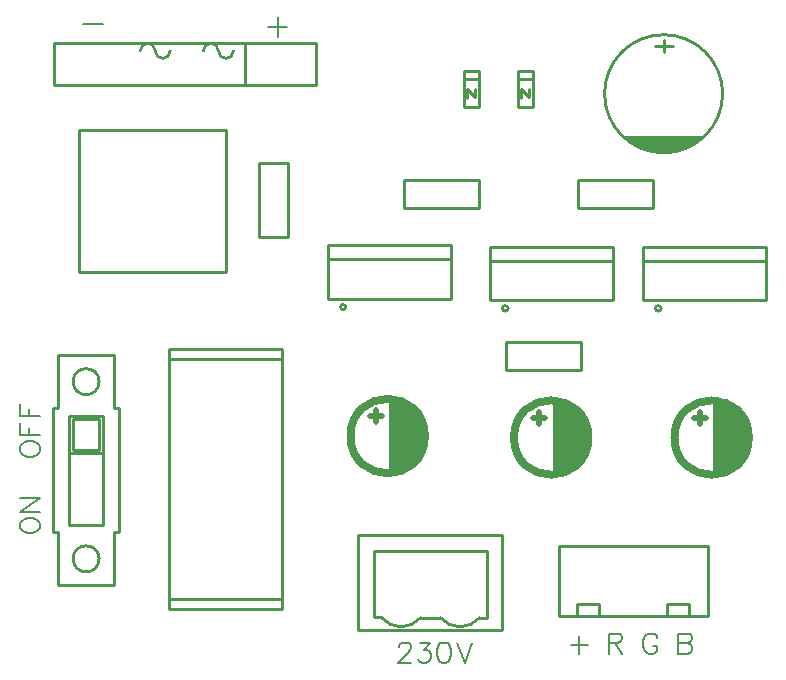
<source format=gto>
G04 Layer: TopSilkscreenLayer*
G04 EasyEDA v6.5.40, 2024-07-05 22:39:17*
G04 43834020c9354f6683a6c21c991938a3,10*
G04 Gerber Generator version 0.2*
G04 Scale: 100 percent, Rotated: No, Reflected: No *
G04 Dimensions in inches *
G04 leading zeros omitted , absolute positions ,3 integer and 6 decimal *
%FSLAX36Y36*%
%MOIN*%

%ADD10C,0.0080*%
%ADD11C,0.0100*%
%ADD12C,0.0197*%
%ADD13C,0.0256*%

%LPD*%
D10*
X2293599Y556100D02*
G01*
X2293599Y498800D01*
X2265000Y527500D02*
G01*
X2322299Y527500D01*
X2392299Y565599D02*
G01*
X2392299Y498800D01*
X2392299Y565599D02*
G01*
X2420900Y565599D01*
X2430500Y562500D01*
X2433599Y559299D01*
X2436800Y552899D01*
X2436800Y546500D01*
X2433599Y540199D01*
X2430500Y536999D01*
X2420900Y533800D01*
X2392299Y533800D01*
X2414499Y533800D02*
G01*
X2436800Y498800D01*
X2554499Y549699D02*
G01*
X2551400Y556100D01*
X2545000Y562500D01*
X2538599Y565599D01*
X2525900Y565599D01*
X2519499Y562500D01*
X2513199Y556100D01*
X2510000Y549699D01*
X2506800Y540199D01*
X2506800Y524299D01*
X2510000Y514699D01*
X2513199Y508400D01*
X2519499Y501999D01*
X2525900Y498800D01*
X2538599Y498800D01*
X2545000Y501999D01*
X2551400Y508400D01*
X2554499Y514699D01*
X2554499Y524299D01*
X2538599Y524299D02*
G01*
X2554499Y524299D01*
X2624499Y565599D02*
G01*
X2624499Y498800D01*
X2624499Y565599D02*
G01*
X2653199Y565599D01*
X2662700Y562500D01*
X2665900Y559299D01*
X2669099Y552899D01*
X2669099Y546500D01*
X2665900Y540199D01*
X2662700Y536999D01*
X2653199Y533800D01*
X2624499Y533800D02*
G01*
X2653199Y533800D01*
X2662700Y530599D01*
X2665900Y527500D01*
X2669099Y521100D01*
X2669099Y511500D01*
X2665900Y505199D01*
X2662700Y501999D01*
X2653199Y498800D01*
X2624499Y498800D01*
X1693199Y519699D02*
G01*
X1693199Y522899D01*
X1696400Y529299D01*
X1699499Y532500D01*
X1705900Y535599D01*
X1718599Y535599D01*
X1725000Y532500D01*
X1728199Y529299D01*
X1731400Y522899D01*
X1731400Y516500D01*
X1728199Y510199D01*
X1721800Y500599D01*
X1690000Y468800D01*
X1734499Y468800D01*
X1761899Y535599D02*
G01*
X1796899Y535599D01*
X1777799Y510199D01*
X1787399Y510199D01*
X1793699Y506999D01*
X1796899Y503800D01*
X1800100Y494299D01*
X1800100Y487899D01*
X1796899Y478400D01*
X1790500Y471999D01*
X1781000Y468800D01*
X1771499Y468800D01*
X1761899Y471999D01*
X1758699Y475199D01*
X1755500Y481500D01*
X1840200Y535599D02*
G01*
X1830600Y532500D01*
X1824300Y522899D01*
X1821099Y506999D01*
X1821099Y497500D01*
X1824300Y481500D01*
X1830600Y471999D01*
X1840200Y468800D01*
X1846499Y468800D01*
X1856099Y471999D01*
X1862500Y481500D01*
X1865600Y497500D01*
X1865600Y506999D01*
X1862500Y522899D01*
X1856099Y532500D01*
X1846499Y535599D01*
X1840200Y535599D01*
X1886599Y535599D02*
G01*
X1912100Y468800D01*
X1937500Y535599D02*
G01*
X1912100Y468800D01*
X429400Y919099D02*
G01*
X432500Y912699D01*
X438899Y906399D01*
X445300Y903200D01*
X454800Y900000D01*
X470700Y900000D01*
X480300Y903200D01*
X486599Y906399D01*
X493000Y912699D01*
X496199Y919099D01*
X496199Y931799D01*
X493000Y938200D01*
X486599Y944499D01*
X480300Y947699D01*
X470700Y950900D01*
X454800Y950900D01*
X445300Y947699D01*
X438899Y944499D01*
X432500Y938200D01*
X429400Y931799D01*
X429400Y919099D01*
X429400Y971900D02*
G01*
X496199Y971900D01*
X429400Y971900D02*
G01*
X496199Y1016500D01*
X429400Y1016500D02*
G01*
X496199Y1016500D01*
X429400Y1174099D02*
G01*
X432500Y1167699D01*
X438899Y1161399D01*
X445300Y1158200D01*
X454800Y1155000D01*
X470700Y1155000D01*
X480300Y1158200D01*
X486599Y1161399D01*
X493000Y1167699D01*
X496199Y1174099D01*
X496199Y1186799D01*
X493000Y1193200D01*
X486599Y1199499D01*
X480300Y1202699D01*
X470700Y1205900D01*
X454800Y1205900D01*
X445300Y1202699D01*
X438899Y1199499D01*
X432500Y1193200D01*
X429400Y1186799D01*
X429400Y1174099D01*
X429400Y1226900D02*
G01*
X496199Y1226900D01*
X429400Y1226900D02*
G01*
X429400Y1268299D01*
X461199Y1226900D02*
G01*
X461199Y1252399D01*
X429400Y1289299D02*
G01*
X496199Y1289299D01*
X429400Y1289299D02*
G01*
X429400Y1330599D01*
X461199Y1289299D02*
G01*
X461199Y1314699D01*
X1288289Y2619429D02*
G01*
X1288289Y2554029D01*
X1255590Y2586729D02*
G01*
X1321090Y2586729D01*
X639450Y2596572D02*
G01*
X704949Y2596572D01*
G36*
X2435000Y2225000D02*
G01*
X2475000Y2195000D01*
X2535000Y2175000D01*
X2595000Y2165000D01*
X2635000Y2175000D01*
X2715000Y2225000D01*
G37*
G36*
X1660000Y1350000D02*
G01*
X1660000Y1100000D01*
X1666339Y1100160D01*
X1672640Y1100640D01*
X1678920Y1101440D01*
X1685160Y1102560D01*
X1691339Y1104000D01*
X1697420Y1105740D01*
X1703420Y1107780D01*
X1709300Y1110140D01*
X1715040Y1112780D01*
X1720660Y1115700D01*
X1726120Y1118920D01*
X1731399Y1122400D01*
X1736519Y1126160D01*
X1741420Y1130160D01*
X1746120Y1134400D01*
X1750600Y1138880D01*
X1754840Y1143580D01*
X1758839Y1148480D01*
X1762600Y1153600D01*
X1766080Y1158880D01*
X1769300Y1164340D01*
X1772220Y1169960D01*
X1774860Y1175700D01*
X1777220Y1181580D01*
X1779259Y1187580D01*
X1781000Y1193660D01*
X1782440Y1199840D01*
X1783560Y1206080D01*
X1784360Y1212360D01*
X1784840Y1218660D01*
X1785000Y1225000D01*
X1784840Y1231340D01*
X1784360Y1237640D01*
X1783560Y1243920D01*
X1782440Y1250160D01*
X1781000Y1256340D01*
X1779259Y1262420D01*
X1777220Y1268420D01*
X1774860Y1274300D01*
X1772220Y1280040D01*
X1769300Y1285660D01*
X1766080Y1291120D01*
X1762600Y1296399D01*
X1758839Y1301519D01*
X1754840Y1306420D01*
X1750600Y1311120D01*
X1746120Y1315600D01*
X1741420Y1319840D01*
X1736519Y1323839D01*
X1731399Y1327600D01*
X1726120Y1331080D01*
X1720660Y1334300D01*
X1715040Y1337220D01*
X1709300Y1339860D01*
X1703420Y1342220D01*
X1697420Y1344259D01*
X1691339Y1346000D01*
X1685160Y1347440D01*
X1678920Y1348560D01*
X1672640Y1349360D01*
X1666339Y1349840D01*
G37*
G36*
X2205000Y1345000D02*
G01*
X2205000Y1095000D01*
X2211340Y1095160D01*
X2217640Y1095640D01*
X2223920Y1096440D01*
X2230160Y1097560D01*
X2236340Y1099000D01*
X2242420Y1100740D01*
X2248420Y1102780D01*
X2254300Y1105140D01*
X2260040Y1107780D01*
X2265660Y1110700D01*
X2271120Y1113920D01*
X2276400Y1117400D01*
X2281520Y1121160D01*
X2286420Y1125160D01*
X2291120Y1129400D01*
X2295600Y1133880D01*
X2299840Y1138580D01*
X2303840Y1143480D01*
X2307600Y1148600D01*
X2311080Y1153880D01*
X2314300Y1159340D01*
X2317220Y1164960D01*
X2319860Y1170700D01*
X2322220Y1176580D01*
X2324260Y1182580D01*
X2326000Y1188660D01*
X2327440Y1194840D01*
X2328560Y1201080D01*
X2329360Y1207360D01*
X2329840Y1213660D01*
X2330000Y1220000D01*
X2329840Y1226340D01*
X2329360Y1232640D01*
X2328560Y1238920D01*
X2327440Y1245160D01*
X2326000Y1251340D01*
X2324260Y1257420D01*
X2322220Y1263420D01*
X2319860Y1269300D01*
X2317220Y1275040D01*
X2314300Y1280660D01*
X2311080Y1286120D01*
X2307600Y1291399D01*
X2303840Y1296519D01*
X2299840Y1301420D01*
X2295600Y1306120D01*
X2291120Y1310600D01*
X2286420Y1314840D01*
X2281520Y1318839D01*
X2276400Y1322600D01*
X2271120Y1326080D01*
X2265660Y1329300D01*
X2260040Y1332220D01*
X2254300Y1334860D01*
X2248420Y1337220D01*
X2242420Y1339259D01*
X2236340Y1341000D01*
X2230160Y1342440D01*
X2223920Y1343560D01*
X2217640Y1344360D01*
X2211340Y1344840D01*
G37*
G36*
X2740000Y1345000D02*
G01*
X2740000Y1095000D01*
X2746340Y1095160D01*
X2752640Y1095640D01*
X2758920Y1096440D01*
X2765160Y1097560D01*
X2771340Y1099000D01*
X2777420Y1100740D01*
X2783420Y1102780D01*
X2789300Y1105140D01*
X2795040Y1107780D01*
X2800659Y1110700D01*
X2806120Y1113920D01*
X2811400Y1117400D01*
X2816520Y1121160D01*
X2821420Y1125160D01*
X2826120Y1129400D01*
X2830600Y1133880D01*
X2834840Y1138580D01*
X2838840Y1143480D01*
X2842600Y1148600D01*
X2846080Y1153880D01*
X2849300Y1159340D01*
X2852220Y1164960D01*
X2854860Y1170700D01*
X2857220Y1176580D01*
X2859260Y1182580D01*
X2861000Y1188660D01*
X2862440Y1194840D01*
X2863560Y1201080D01*
X2864360Y1207360D01*
X2864840Y1213660D01*
X2865000Y1220000D01*
X2864840Y1226340D01*
X2864360Y1232640D01*
X2863560Y1238920D01*
X2862440Y1245160D01*
X2861000Y1251340D01*
X2859260Y1257420D01*
X2857220Y1263420D01*
X2854860Y1269300D01*
X2852220Y1275040D01*
X2849300Y1280660D01*
X2846080Y1286120D01*
X2842600Y1291399D01*
X2838840Y1296519D01*
X2834840Y1301420D01*
X2830600Y1306120D01*
X2826120Y1310600D01*
X2821420Y1314840D01*
X2816520Y1318839D01*
X2811400Y1322600D01*
X2806120Y1326080D01*
X2800659Y1329300D01*
X2795040Y1332220D01*
X2789300Y1334860D01*
X2783420Y1337220D01*
X2777420Y1339259D01*
X2771340Y1341000D01*
X2765160Y1342440D01*
X2758920Y1343560D01*
X2752640Y1344360D01*
X2746340Y1344840D01*
G37*
D11*
X625000Y1769998D02*
G01*
X625000Y2244998D01*
X1115000Y2244998D01*
X1115000Y1769998D01*
X625000Y1769998D01*
X2575000Y2545000D02*
G01*
X2575000Y2505000D01*
X2605000Y2525000D02*
G01*
X2545000Y2525000D01*
X1961797Y618231D02*
G01*
X1985000Y618231D01*
X1985000Y840000D01*
X1610000Y840000D01*
X1610000Y620000D01*
X1630000Y620000D01*
X1634997Y620000D01*
X1764997Y618231D02*
G01*
X1831797Y618231D01*
X1557599Y895001D02*
G01*
X2034998Y895001D01*
X2034998Y576460D01*
X1557599Y576460D01*
X1557599Y895001D01*
X1180000Y2395790D02*
G01*
X1180000Y2534769D01*
X1417010Y2395790D02*
G01*
X542989Y2395790D01*
X542989Y2395790D02*
G01*
X542989Y2534769D01*
X542989Y2534769D02*
G01*
X1417010Y2534769D01*
X1417010Y2534769D02*
G01*
X1417010Y2395790D01*
X2505276Y1808355D02*
G01*
X2914723Y1808355D01*
X2914723Y1764526D02*
G01*
X2914723Y1675945D01*
X2505276Y1675945D01*
X2505276Y1855077D01*
X2914723Y1855077D01*
X2914723Y1762559D01*
X1995276Y1808355D02*
G01*
X2404723Y1808355D01*
X2404723Y1764526D02*
G01*
X2404723Y1675945D01*
X1995276Y1675945D01*
X1995276Y1855077D01*
X2404723Y1855077D01*
X2404723Y1762559D01*
X1455276Y1813355D02*
G01*
X1864723Y1813355D01*
X1864723Y1769526D02*
G01*
X1864723Y1680945D01*
X1455276Y1680945D01*
X1455276Y1860077D01*
X1864723Y1860077D01*
X1864723Y1767559D01*
X930000Y680000D02*
G01*
X1300000Y680000D01*
X930000Y1480000D02*
G01*
X1300000Y1480000D01*
X927399Y646930D02*
G01*
X927399Y1513069D01*
X1302600Y1513069D01*
X1302600Y646930D01*
X927399Y646930D01*
X705118Y1167085D02*
G01*
X594881Y1167085D01*
X744488Y726143D02*
G01*
X555513Y726143D01*
X539765Y1316694D02*
G01*
X555513Y1316694D01*
X539765Y903308D02*
G01*
X555513Y903308D01*
X555513Y903308D02*
G01*
X555513Y726143D01*
X539765Y903308D02*
G01*
X539765Y1316694D01*
X555513Y1316694D02*
G01*
X555513Y1493859D01*
X744488Y903308D02*
G01*
X744488Y726143D01*
X744488Y1493859D02*
G01*
X555513Y1493859D01*
X744488Y1316694D02*
G01*
X744488Y1493859D01*
X760236Y1316693D02*
G01*
X744488Y1316694D01*
X760236Y903306D02*
G01*
X744488Y903308D01*
X760236Y1316693D02*
G01*
X760236Y903306D01*
X707089Y1291100D02*
G01*
X707089Y928890D01*
X592919Y928890D01*
X592919Y1291100D01*
X707089Y1291100D01*
X693310Y1279290D02*
G01*
X693310Y1178899D01*
X606700Y1178899D01*
X606700Y1279290D01*
X693310Y1279290D01*
X1227755Y1885983D02*
G01*
X1227755Y2134016D01*
X1227755Y2134016D02*
G01*
X1322244Y2134016D01*
X1322244Y2134016D02*
G01*
X1322244Y1885983D01*
X1322244Y1885983D02*
G01*
X1227755Y1885983D01*
X1959016Y1982755D02*
G01*
X1710983Y1982755D01*
X1710983Y1982755D02*
G01*
X1710983Y2077244D01*
X1710983Y2077244D02*
G01*
X1959016Y2077244D01*
X1959016Y2077244D02*
G01*
X1959016Y1982755D01*
X2539016Y1982755D02*
G01*
X2290983Y1982755D01*
X2290983Y1982755D02*
G01*
X2290983Y2077244D01*
X2290983Y2077244D02*
G01*
X2539016Y2077244D01*
X2539016Y2077244D02*
G01*
X2539016Y1982755D01*
X2050983Y1537244D02*
G01*
X2299016Y1537244D01*
X2299016Y1537244D02*
G01*
X2299016Y1442755D01*
X2299016Y1442755D02*
G01*
X2050983Y1442755D01*
X2050983Y1442755D02*
G01*
X2050983Y1537244D01*
X2100000Y2350000D02*
G01*
X2100000Y2380000D01*
X2125000Y2355000D01*
X2125000Y2380000D01*
X2090000Y2415000D02*
G01*
X2135000Y2415000D01*
X2090000Y2320000D02*
G01*
X2090000Y2440000D01*
X2140000Y2440000D01*
X2140000Y2320000D01*
X2090000Y2320000D01*
X1920000Y2350000D02*
G01*
X1920000Y2380000D01*
X1945000Y2355000D01*
X1945000Y2380000D01*
X1910000Y2415000D02*
G01*
X1955000Y2415000D01*
X1910000Y2320000D02*
G01*
X1910000Y2440000D01*
X1960000Y2440000D01*
X1960000Y2320000D01*
X1910000Y2320000D01*
D12*
X1615000Y1310000D02*
G01*
X1615000Y1270000D01*
X1595000Y1290000D02*
G01*
X1635000Y1290000D01*
X2160000Y1305000D02*
G01*
X2160000Y1265000D01*
X2140000Y1285000D02*
G01*
X2180000Y1285000D01*
X2695000Y1305000D02*
G01*
X2695000Y1265000D01*
X2675000Y1285000D02*
G01*
X2715000Y1285000D01*
D11*
X2226967Y857795D02*
G01*
X2723032Y857795D01*
X2723032Y629448D01*
X2723032Y625511D01*
X2226967Y625511D01*
X2226967Y857795D01*
X2286019Y664879D02*
G01*
X2360820Y664879D01*
X2360820Y625509D01*
X2286019Y625509D01*
X2286019Y664879D01*
X2586019Y664879D02*
G01*
X2660820Y664879D01*
X2660820Y625509D01*
X2586019Y625509D01*
X2586019Y664879D01*
G75*
G01*
X1764998Y618232D02*
G02*
X1634998Y618232I-65000J55391D01*
G75*
G01*
X1961798Y618232D02*
G02*
X1831798Y618232I-65000J55391D01*
G75*
G01*
X1141023Y2507995D02*
G02*
X1091023Y2507995I-25000J0D01*
G75*
G01*
X930394Y2507995D02*
G02*
X880394Y2507995I-25000J0D01*
G75*
G01*
X830394Y2507995D02*
G02*
X880394Y2507995I25000J0D01*
G75*
G01*
X1041023Y2507995D02*
G02*
X1091023Y2507995I25000J0D01*
G75*
G01
X2771850Y2365000D02*
G03X2771850Y2365000I-196850J0D01*
G75*
G01
X2566640Y1649320D02*
G03X2566640Y1649320I-9310J0D01*
G75*
G01
X2056640Y1649320D02*
G03X2056640Y1649320I-9310J0D01*
G75*
G01
X1516640Y1654320D02*
G03X1516640Y1654320I-9310J0D01*
G75*
G01
X693310Y814720D02*
G03X693310Y814720I-43310J0D01*
G75*
G01
X693310Y1405280D02*
G03X693310Y1405280I-43310J0D01*
D13*
G75*
G01
X1779280Y1224020D02*
G03X1779280Y1224020I-124000J0D01*
G75*
G01
X2324280Y1219020D02*
G03X2324280Y1219020I-124000J0D01*
G75*
G01
X2859280Y1219020D02*
G03X2859280Y1219020I-124000J0D01*
M02*

</source>
